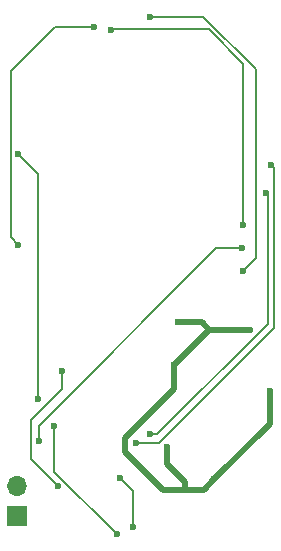
<source format=gbl>
%TF.GenerationSoftware,KiCad,Pcbnew,8.0.8*%
%TF.CreationDate,2025-01-23T20:15:16-05:00*%
%TF.ProjectId,compact_sqm,636f6d70-6163-4745-9f73-716d2e6b6963,rev?*%
%TF.SameCoordinates,Original*%
%TF.FileFunction,Copper,L2,Bot*%
%TF.FilePolarity,Positive*%
%FSLAX46Y46*%
G04 Gerber Fmt 4.6, Leading zero omitted, Abs format (unit mm)*
G04 Created by KiCad (PCBNEW 8.0.8) date 2025-01-23 20:15:16*
%MOMM*%
%LPD*%
G01*
G04 APERTURE LIST*
%TA.AperFunction,ComponentPad*%
%ADD10R,1.700000X1.700000*%
%TD*%
%TA.AperFunction,ComponentPad*%
%ADD11O,1.700000X1.700000*%
%TD*%
%TA.AperFunction,ViaPad*%
%ADD12C,0.600000*%
%TD*%
%TA.AperFunction,Conductor*%
%ADD13C,0.200000*%
%TD*%
%TA.AperFunction,Conductor*%
%ADD14C,0.508000*%
%TD*%
G04 APERTURE END LIST*
D10*
%TO.P,BT1,1,+*%
%TO.N,Net-(BT1-+)*%
X130048000Y-119893000D03*
D11*
%TO.P,BT1,2,-*%
%TO.N,GND*%
X130048000Y-117353000D03*
%TD*%
D12*
%TO.N,VBUS*%
X133223000Y-112242600D03*
X138500001Y-121412000D03*
%TO.N,GND*%
X133908800Y-107594400D03*
X143357600Y-107061000D03*
X151485600Y-109270800D03*
X144957800Y-117627400D03*
X142748000Y-114046000D03*
X149809200Y-104089200D03*
X133519536Y-117280064D03*
X143687800Y-103470000D03*
X144297400Y-117627400D03*
X146786600Y-116738400D03*
%TO.N,Net-(U4-UD+)*%
X138811000Y-116627000D03*
X139928600Y-120812000D03*
%TO.N,BOOT*%
X131902200Y-113477600D03*
X149148800Y-97205800D03*
%TO.N,Net-(U4-TXD)*%
X141325600Y-112928400D03*
X151130000Y-92481400D03*
%TO.N,Net-(U4-RXD)*%
X151587200Y-90170000D03*
X140157200Y-113639600D03*
%TO.N,SDA*%
X141300200Y-77582000D03*
X149199600Y-99136200D03*
%TO.N,SCL*%
X130175000Y-96875600D03*
X136575800Y-78486000D03*
%TO.N,INT*%
X149199600Y-95199200D03*
X138055100Y-78669900D03*
%TO.N,RST*%
X130124200Y-89179400D03*
X131826000Y-109982000D03*
%TD*%
D13*
%TO.N,VBUS*%
X133223000Y-112242600D02*
X133223000Y-116134999D01*
X133223000Y-116134999D02*
X138500001Y-121412000D01*
D14*
%TO.N,GND*%
X144297400Y-116992400D02*
X144297400Y-117627400D01*
X144297400Y-117627400D02*
X144957800Y-117627400D01*
X151485600Y-112039400D02*
X146786600Y-116738400D01*
D13*
X133908800Y-107594400D02*
X133908800Y-109093000D01*
D14*
X142417800Y-117627400D02*
X144297400Y-117627400D01*
X142748000Y-115443000D02*
X144297400Y-116992400D01*
X145710200Y-103470000D02*
X146329400Y-104089200D01*
D13*
X131241800Y-111760000D02*
X131241800Y-115002328D01*
D14*
X143357600Y-107061000D02*
X146329400Y-104089200D01*
X143687800Y-103470000D02*
X145710200Y-103470000D01*
X139217400Y-114427000D02*
X142417800Y-117627400D01*
X146329400Y-104089200D02*
X149809200Y-104089200D01*
D13*
X133908800Y-109093000D02*
X131241800Y-111760000D01*
D14*
X151485600Y-109270800D02*
X151485600Y-112039400D01*
X145897600Y-117627400D02*
X144957800Y-117627400D01*
D13*
X131241800Y-115002328D02*
X133519536Y-117280064D01*
D14*
X142748000Y-114046000D02*
X142748000Y-115443000D01*
X143357600Y-107061000D02*
X143357600Y-109118400D01*
X146786600Y-116738400D02*
X145897600Y-117627400D01*
X139217400Y-113258600D02*
X139217400Y-114427000D01*
X143357600Y-109118400D02*
X139217400Y-113258600D01*
D13*
%TO.N,Net-(U4-UD+)*%
X139928600Y-117744600D02*
X138811000Y-116627000D01*
X139928600Y-120812000D02*
X139928600Y-117744600D01*
%TO.N,BOOT*%
X146923929Y-97205800D02*
X149148800Y-97205800D01*
X131902200Y-113477600D02*
X131902200Y-112227529D01*
X131902200Y-112227529D02*
X146923929Y-97205800D01*
%TO.N,Net-(U4-TXD)*%
X141325600Y-112928400D02*
X141960600Y-112928400D01*
X151282400Y-103606600D02*
X151282400Y-92633800D01*
X151282400Y-92633800D02*
X151130000Y-92481400D01*
X141960600Y-112928400D02*
X151282400Y-103606600D01*
%TO.N,Net-(U4-RXD)*%
X142062200Y-113639600D02*
X151800000Y-103901800D01*
X151800000Y-90382800D02*
X151587200Y-90170000D01*
X140157200Y-113639600D02*
X142062200Y-113639600D01*
X151800000Y-103901800D02*
X151800000Y-90382800D01*
%TO.N,SDA*%
X150291800Y-82042000D02*
X150291800Y-98044000D01*
X141300200Y-77582000D02*
X145831800Y-77582000D01*
X145831800Y-77582000D02*
X150291800Y-82042000D01*
X150291800Y-98044000D02*
X149199600Y-99136200D01*
%TO.N,SCL*%
X129524200Y-96224800D02*
X129524200Y-82210200D01*
X129524200Y-82210200D02*
X133248400Y-78486000D01*
X133248400Y-78486000D02*
X136575800Y-78486000D01*
X130175000Y-96875600D02*
X129524200Y-96224800D01*
%TO.N,INT*%
X138055100Y-78669900D02*
X138061200Y-78663800D01*
X138061200Y-78663800D02*
X146304000Y-78663800D01*
X146304000Y-78663800D02*
X149199600Y-81559400D01*
X149199600Y-81559400D02*
X149199600Y-95199200D01*
%TO.N,RST*%
X131826000Y-90881200D02*
X130124200Y-89179400D01*
X131826000Y-109982000D02*
X131826000Y-90881200D01*
%TD*%
M02*

</source>
